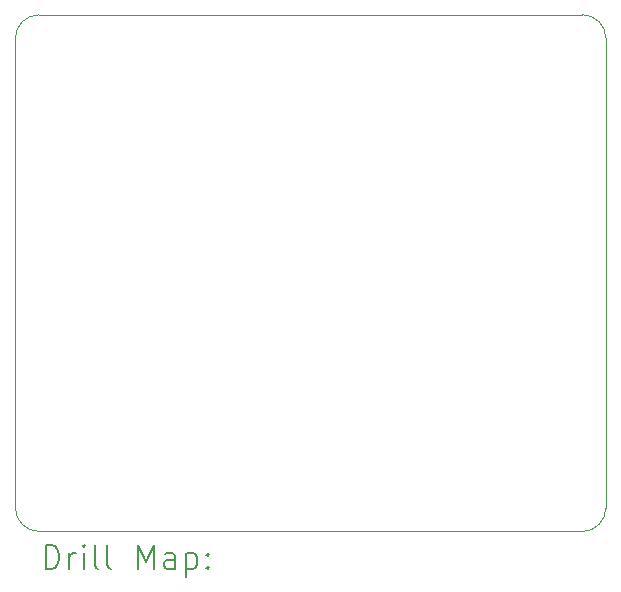
<source format=gbr>
%TF.GenerationSoftware,KiCad,Pcbnew,7.0.5*%
%TF.CreationDate,2023-06-20T08:35:00-05:00*%
%TF.ProjectId,Single.Channel.Amp,53696e67-6c65-42e4-9368-616e6e656c2e,rev?*%
%TF.SameCoordinates,Original*%
%TF.FileFunction,Drillmap*%
%TF.FilePolarity,Positive*%
%FSLAX45Y45*%
G04 Gerber Fmt 4.5, Leading zero omitted, Abs format (unit mm)*
G04 Created by KiCad (PCBNEW 7.0.5) date 2023-06-20 08:35:00*
%MOMM*%
%LPD*%
G01*
G04 APERTURE LIST*
%ADD10C,0.100000*%
%ADD11C,0.200000*%
G04 APERTURE END LIST*
D10*
X2668500Y-2054500D02*
X7268500Y-2054500D01*
X7468500Y-2254500D02*
G75*
G03*
X7268500Y-2054500I-200000J0D01*
G01*
X2468500Y-6229500D02*
G75*
G03*
X2668500Y-6429500I200000J0D01*
G01*
X2668500Y-2054500D02*
G75*
G03*
X2468500Y-2254500I0J-200000D01*
G01*
X7268500Y-6429500D02*
G75*
G03*
X7468500Y-6229500I0J200000D01*
G01*
X7468500Y-6229500D02*
X7468500Y-2254500D01*
X2668500Y-6429500D02*
X7268500Y-6429500D01*
X2468500Y-2254500D02*
X2468500Y-6229500D01*
D11*
X2724277Y-6745984D02*
X2724277Y-6545984D01*
X2724277Y-6545984D02*
X2771896Y-6545984D01*
X2771896Y-6545984D02*
X2800467Y-6555508D01*
X2800467Y-6555508D02*
X2819515Y-6574555D01*
X2819515Y-6574555D02*
X2829039Y-6593603D01*
X2829039Y-6593603D02*
X2838562Y-6631698D01*
X2838562Y-6631698D02*
X2838562Y-6660269D01*
X2838562Y-6660269D02*
X2829039Y-6698365D01*
X2829039Y-6698365D02*
X2819515Y-6717412D01*
X2819515Y-6717412D02*
X2800467Y-6736460D01*
X2800467Y-6736460D02*
X2771896Y-6745984D01*
X2771896Y-6745984D02*
X2724277Y-6745984D01*
X2924277Y-6745984D02*
X2924277Y-6612650D01*
X2924277Y-6650746D02*
X2933801Y-6631698D01*
X2933801Y-6631698D02*
X2943324Y-6622174D01*
X2943324Y-6622174D02*
X2962372Y-6612650D01*
X2962372Y-6612650D02*
X2981420Y-6612650D01*
X3048086Y-6745984D02*
X3048086Y-6612650D01*
X3048086Y-6545984D02*
X3038562Y-6555508D01*
X3038562Y-6555508D02*
X3048086Y-6565031D01*
X3048086Y-6565031D02*
X3057610Y-6555508D01*
X3057610Y-6555508D02*
X3048086Y-6545984D01*
X3048086Y-6545984D02*
X3048086Y-6565031D01*
X3171896Y-6745984D02*
X3152848Y-6736460D01*
X3152848Y-6736460D02*
X3143324Y-6717412D01*
X3143324Y-6717412D02*
X3143324Y-6545984D01*
X3276658Y-6745984D02*
X3257610Y-6736460D01*
X3257610Y-6736460D02*
X3248086Y-6717412D01*
X3248086Y-6717412D02*
X3248086Y-6545984D01*
X3505229Y-6745984D02*
X3505229Y-6545984D01*
X3505229Y-6545984D02*
X3571896Y-6688841D01*
X3571896Y-6688841D02*
X3638562Y-6545984D01*
X3638562Y-6545984D02*
X3638562Y-6745984D01*
X3819515Y-6745984D02*
X3819515Y-6641222D01*
X3819515Y-6641222D02*
X3809991Y-6622174D01*
X3809991Y-6622174D02*
X3790943Y-6612650D01*
X3790943Y-6612650D02*
X3752848Y-6612650D01*
X3752848Y-6612650D02*
X3733801Y-6622174D01*
X3819515Y-6736460D02*
X3800467Y-6745984D01*
X3800467Y-6745984D02*
X3752848Y-6745984D01*
X3752848Y-6745984D02*
X3733801Y-6736460D01*
X3733801Y-6736460D02*
X3724277Y-6717412D01*
X3724277Y-6717412D02*
X3724277Y-6698365D01*
X3724277Y-6698365D02*
X3733801Y-6679317D01*
X3733801Y-6679317D02*
X3752848Y-6669793D01*
X3752848Y-6669793D02*
X3800467Y-6669793D01*
X3800467Y-6669793D02*
X3819515Y-6660269D01*
X3914753Y-6612650D02*
X3914753Y-6812650D01*
X3914753Y-6622174D02*
X3933801Y-6612650D01*
X3933801Y-6612650D02*
X3971896Y-6612650D01*
X3971896Y-6612650D02*
X3990943Y-6622174D01*
X3990943Y-6622174D02*
X4000467Y-6631698D01*
X4000467Y-6631698D02*
X4009991Y-6650746D01*
X4009991Y-6650746D02*
X4009991Y-6707888D01*
X4009991Y-6707888D02*
X4000467Y-6726936D01*
X4000467Y-6726936D02*
X3990943Y-6736460D01*
X3990943Y-6736460D02*
X3971896Y-6745984D01*
X3971896Y-6745984D02*
X3933801Y-6745984D01*
X3933801Y-6745984D02*
X3914753Y-6736460D01*
X4095705Y-6726936D02*
X4105229Y-6736460D01*
X4105229Y-6736460D02*
X4095705Y-6745984D01*
X4095705Y-6745984D02*
X4086182Y-6736460D01*
X4086182Y-6736460D02*
X4095705Y-6726936D01*
X4095705Y-6726936D02*
X4095705Y-6745984D01*
X4095705Y-6622174D02*
X4105229Y-6631698D01*
X4105229Y-6631698D02*
X4095705Y-6641222D01*
X4095705Y-6641222D02*
X4086182Y-6631698D01*
X4086182Y-6631698D02*
X4095705Y-6622174D01*
X4095705Y-6622174D02*
X4095705Y-6641222D01*
M02*

</source>
